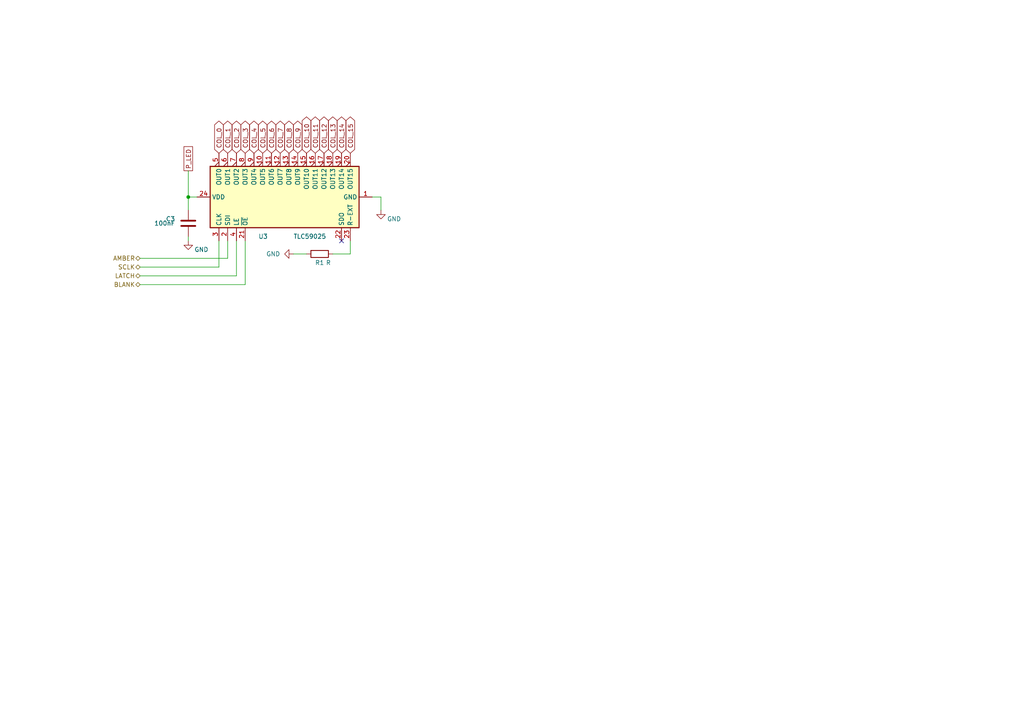
<source format=kicad_sch>
(kicad_sch (version 20200608) (host eeschema "5.99.0-unknown-0bfe413~101~ubuntu20.04.1")
  (page 1 19)
  (paper "A4")
  (lib_symbols
    (symbol "Device:C" (pin_numbers hide) (pin_names (offset 0.254))
      (property "Reference" "C" (at 0.635 2.54 0))
      (property "Value" "C" (at 0.635 -2.54 0))
      (symbol "C_0_1"
        (polyline (pts (xy -2.032 -0.762) (xy 2.032 -0.762)) (stroke (width 0.508)))
        (polyline (pts (xy -2.032 0.762) (xy 2.032 0.762)) (stroke (width 0.508)))
      )
      (symbol "C_1_1"
        (pin passive line (at 0 3.81 270) (length 2.794) (name "~") (number "1"))
        (pin passive line (at 0 -3.81 90) (length 2.794) (name "~") (number "2"))
      )
    )
    (symbol "Device:R" (pin_numbers hide) (pin_names (offset 0))
      (property "Reference" "R" (at 2.032 0 90))
      (property "Value" "R" (at 0 0 90))
      (symbol "R_0_1"
        (rectangle (start -1.016 -2.54) (end 1.016 2.54) (stroke (width 0.254)))
      )
      (symbol "R_1_1"
        (pin passive line (at 0 3.81 270) (length 1.27) (name "~") (number "1"))
        (pin passive line (at 0 -3.81 90) (length 1.27) (name "~") (number "2"))
      )
    )
    (symbol "gkl_misc:TLC59025"
      (property "Reference" "U" (at 6.35 24.13 0))
      (property "Value" "TLC59025" (at 6.35 21.59 0))
      (symbol "TLC59025_0_1"
        (rectangle (start -8.89 19.05) (end 8.89 -24.13) (stroke (width 0.3302)) (fill (type background)))
      )
      (symbol "TLC59025_1_1"
        (pin input line (at 0 -27.94 90) (length 3.81) (name "GND") (number "1"))
        (pin output output_low (at 12.7 3.81 180) (length 3.81) (name "OUT5") (number "10"))
        (pin output output_low (at 12.7 1.27 180) (length 3.81) (name "OUT6") (number "11"))
        (pin output output_low (at 12.7 -1.27 180) (length 3.81) (name "OUT7") (number "12"))
        (pin output output_low (at 12.7 -3.81 180) (length 3.81) (name "OUT8") (number "13"))
        (pin output output_low (at 12.7 -6.35 180) (length 3.81) (name "OUT9") (number "14"))
        (pin output output_low (at 12.7 -8.89 180) (length 3.81) (name "OUT10") (number "15"))
        (pin output output_low (at 12.7 -11.43 180) (length 3.81) (name "OUT11") (number "16"))
        (pin output output_low (at 12.7 -13.97 180) (length 3.81) (name "OUT12") (number "17"))
        (pin output output_low (at 12.7 -16.51 180) (length 3.81) (name "OUT13") (number "18"))
        (pin output output_low (at 12.7 -19.05 180) (length 3.81) (name "OUT14") (number "19"))
        (pin input line (at -12.7 13.97 0) (length 3.81) (name "SDI") (number "2"))
        (pin output output_low (at 12.7 -21.59 180) (length 3.81) (name "OUT15") (number "20"))
        (pin input line (at -12.7 8.89 0) (length 3.81) (name "~OE") (number "21"))
        (pin output line (at -12.7 -19.05 0) (length 3.81) (name "SDO") (number "22"))
        (pin input line (at -12.7 -21.59 0) (length 3.81) (name "R-EXT") (number "23"))
        (pin output line (at 0 22.86 270) (length 3.81) (name "VDD") (number "24"))
        (pin input line (at -12.7 16.51 0) (length 3.81) (name "CLK") (number "3"))
        (pin input line (at -12.7 11.43 0) (length 3.81) (name "LE") (number "4"))
        (pin output output_low (at 12.7 16.51 180) (length 3.81) (name "OUT0") (number "5"))
        (pin output output_low (at 12.7 13.97 180) (length 3.81) (name "OUT1") (number "6"))
        (pin output output_low (at 12.7 11.43 180) (length 3.81) (name "OUT2") (number "7"))
        (pin output output_low (at 12.7 8.89 180) (length 3.81) (name "OUT3") (number "8"))
        (pin output output_low (at 12.7 6.35 180) (length 3.81) (name "OUT4") (number "9"))
      )
    )
    (symbol "power:GND" (power) (pin_names (offset 0))
      (property "Value" "GND" (at 0 -3.81 0))
      (symbol "GND_0_1"
        (polyline (pts (xy 0 0) (xy 0 -1.27) (xy 1.27 -1.27) (xy 0 -2.54) (xy -1.27 -1.27) (xy 0 -1.27)))
      )
      (symbol "GND_1_1"
        (pin power_in line (at 0 0 270) (length 0) hide (name "GND") (number "1"))
      )
    )
  )
  (junction (at 54.61 57.15))
  (no_connect (at 99.06 69.85))
  (wire (pts (xy 40.64 74.93) (xy 66.04 74.93)))
  (wire (pts (xy 40.64 77.47) (xy 63.5 77.47)))
  (wire (pts (xy 40.64 80.01) (xy 68.58 80.01)))
  (wire (pts (xy 40.64 82.55) (xy 71.12 82.55)))
  (wire (pts (xy 54.61 57.15) (xy 54.61 49.53)))
  (wire (pts (xy 54.61 57.15) (xy 54.61 60.96)))
  (wire (pts (xy 54.61 68.58) (xy 54.61 69.85)))
  (wire (pts (xy 57.15 57.15) (xy 54.61 57.15)))
  (wire (pts (xy 63.5 77.47) (xy 63.5 69.85)))
  (wire (pts (xy 66.04 74.93) (xy 66.04 69.85)))
  (wire (pts (xy 68.58 80.01) (xy 68.58 69.85)))
  (wire (pts (xy 71.12 82.55) (xy 71.12 69.85)))
  (wire (pts (xy 85.09 73.66) (xy 88.9 73.66)))
  (wire (pts (xy 96.52 73.66) (xy 101.6 73.66)))
  (wire (pts (xy 101.6 73.66) (xy 101.6 69.85)))
  (wire (pts (xy 110.49 57.15) (xy 107.95 57.15)))
  (wire (pts (xy 110.49 57.15) (xy 110.49 60.96)))
  (global_label "P_LED" (shape passive) (at 54.61 49.53 90))
  (global_label "COL_0" (shape bidirectional) (at 63.5 44.45 90))
  (global_label "COL_1" (shape bidirectional) (at 66.04 44.45 90))
  (global_label "COL_2" (shape bidirectional) (at 68.58 44.45 90))
  (global_label "COL_3" (shape bidirectional) (at 71.12 44.45 90))
  (global_label "COL_4" (shape bidirectional) (at 73.66 44.45 90))
  (global_label "COL_5" (shape bidirectional) (at 76.2 44.45 90))
  (global_label "COL_6" (shape bidirectional) (at 78.74 44.45 90))
  (global_label "COL_7" (shape bidirectional) (at 81.28 44.45 90))
  (global_label "COL_8" (shape bidirectional) (at 83.82 44.45 90))
  (global_label "COL_9" (shape bidirectional) (at 86.36 44.45 90))
  (global_label "COL_10" (shape bidirectional) (at 88.9 44.45 90))
  (global_label "COL_11" (shape bidirectional) (at 91.44 44.45 90))
  (global_label "COL_12" (shape bidirectional) (at 93.98 44.45 90))
  (global_label "COL_13" (shape bidirectional) (at 96.52 44.45 90))
  (global_label "COL_14" (shape bidirectional) (at 99.06 44.45 90))
  (global_label "COL_15" (shape bidirectional) (at 101.6 44.45 90))
  (hierarchical_label "AMBER" (shape bidirectional) (at 40.64 74.93 180))
  (hierarchical_label "SCLK" (shape bidirectional) (at 40.64 77.47 180))
  (hierarchical_label "LATCH" (shape bidirectional) (at 40.64 80.01 180))
  (hierarchical_label "BLANK" (shape bidirectional) (at 40.64 82.55 180))
  (symbol (lib_id "power:GND") (at 54.61 69.85 0) (unit 1)
    (property "Reference" "#PWR05" (effects hide))
    (property "Value" "GND" (at 58.42 72.39 0))
  )
  (symbol (lib_id "power:GND") (at 85.09 73.66 270) (unit 1)
    (property "Reference" "#PWR06" (effects hide))
    (property "Value" "GND" (at 81.28 73.66 90) (effects (justify right)))
  )
  (symbol (lib_id "power:GND") (at 110.49 60.96 0) (unit 1)
    (property "Reference" "#PWR07" (effects hide))
    (property "Value" "GND" (at 114.3 63.5 0))
  )
  (symbol (lib_id "Device:R") (at 92.71 73.66 270) (mirror x) (unit 1)
    (property "Reference" "R1" (at 92.71 76.2 90))
    (property "Value" "R" (at 95.25 76.2 90))
    (property "Footprint" "Resistor_SMD:R_0603_1608Metric_Pad1.05x0.95mm_HandSolder" (effects hide))
  )
  (symbol (lib_id "Device:C") (at 54.61 64.77 0) (mirror x) (unit 1)
    (property "Reference" "C3" (at 50.8 63.5 0) (effects (justify right)))
    (property "Value" "100nF" (at 50.8 64.77 0) (effects (justify right)))
    (property "Footprint" "Capacitor_SMD:C_1206_3216Metric_Pad1.42x1.75mm_HandSolder" (effects hide))
  )
  (symbol (lib_id "gkl_misc:TLC59025") (at 80.01 57.15 90) (unit 1)
    (property "Reference" "U3" (at 74.93 68.58 90) (effects (justify right)))
    (property "Value" "TLC59025" (at 85.09 68.58 90) (effects (justify right)))
    (property "Footprint" "Package_SO:QSOP-24_3.9x8.7mm_P0.635mm" (effects hide))
  )
)
</source>
